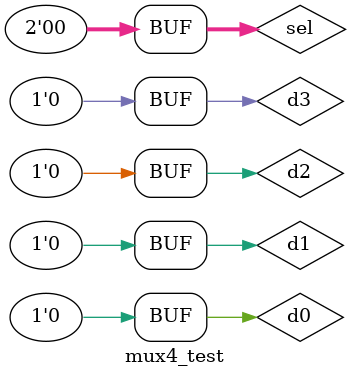
<source format=sv>
module mux4_test;

	parameter tpd = 60;

    logic d0;
    logic d1;
    logic d2;
    logic d3;

    logic [1:0] sel;

    logic z;

    mux4 mux4_dut(.d0(d0), .d1(d1), .d2(d2), .d3(d3), .sel(sel), .z(z));

    initial begin

        d0 = 1'b0;
        d1 = 1'b0;
        d2 = 1'b0;
        d3 = 1'b0;
        sel = 2'b00;
		
		#tpd;

        d0 = 1'b1;
        d1 = 1'b0;
        d2 = 1'b0;
        d3 = 1'b0;
        sel = 2'b00;
		
		#tpd;

        d0 = 1'b0;
        d1 = 1'b0;
        d2 = 1'b0;
        d3 = 1'b0;
        sel = 2'b00;

    end

endmodule

</source>
